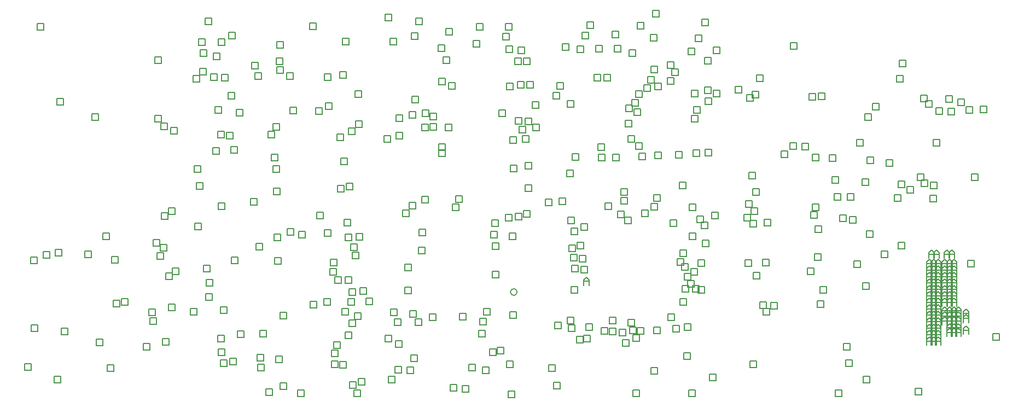
<source format=gbr>
%TF.GenerationSoftware,Altium Limited,Altium Designer,25.7.1 (20)*%
G04 Layer_Color=2752767*
%FSLAX45Y45*%
%MOMM*%
%TF.SameCoordinates,D8C98939-B5AC-4A14-9F93-74B2487226E3*%
%TF.FilePolarity,Positive*%
%TF.FileFunction,Drawing*%
%TF.Part,Single*%
G01*
G75*
%TA.AperFunction,NonConductor*%
%ADD225C,0.12700*%
%ADD226C,0.16933*%
D225*
X3961700Y3896700D02*
Y3998300D01*
X4063300D01*
Y3896700D01*
X3961700D01*
X4088648Y3921700D02*
Y4023300D01*
X4190248D01*
Y3921700D01*
X4088648D01*
X2691700Y3519200D02*
Y3620800D01*
X2793300D01*
Y3519200D01*
X2691700D01*
X2884200Y4654200D02*
Y4755800D01*
X2985800D01*
Y4654200D01*
X2884200D01*
X2684200Y4566700D02*
Y4668300D01*
X2785800D01*
Y4566700D01*
X2684200D01*
X3944200Y4574200D02*
Y4675800D01*
X4045800D01*
Y4574200D01*
X3944200D01*
X3069200Y4689200D02*
Y4790800D01*
X3170800D01*
Y4689200D01*
X3069200D01*
X3634200Y6781700D02*
Y6883300D01*
X3735800D01*
Y6781700D01*
X3634200D01*
X3096700Y7024200D02*
Y7125800D01*
X3198300D01*
Y7024200D01*
X3096700D01*
X7711700Y7139200D02*
Y7240800D01*
X7813300D01*
Y7139200D01*
X7711700D01*
X16656700Y6389200D02*
Y6490800D01*
X16758299D01*
Y6389200D01*
X16656700D01*
X8741700Y5506700D02*
Y5608300D01*
X8843300D01*
Y5506700D01*
X8741700D01*
X8541700Y5414200D02*
Y5515800D01*
X8643300D01*
Y5414200D01*
X8541700D01*
X9006700Y6224200D02*
Y6325800D01*
X9108300D01*
Y6224200D01*
X9006700D01*
X9104200Y6624200D02*
Y6725800D01*
X9205800D01*
Y6624200D01*
X9104200D01*
X12349200Y7261700D02*
Y7363300D01*
X12450800D01*
Y7261700D01*
X12349200D01*
X5391700Y8269200D02*
Y8370800D01*
X5493300D01*
Y8269200D01*
X5391700D01*
X14446700Y7889200D02*
Y7990800D01*
X14548300D01*
Y7889200D01*
X14446700D01*
X13924200Y7386700D02*
Y7488300D01*
X14025800D01*
Y7386700D01*
X13924200D01*
X16129201Y7619200D02*
Y7720800D01*
X16230800D01*
Y7619200D01*
X16129201D01*
X16849200Y7069200D02*
Y7170800D01*
X16950800D01*
Y7069200D01*
X16849200D01*
X16459200Y7074200D02*
Y7175800D01*
X16560800D01*
Y7074200D01*
X16459200D01*
X16539200Y6991700D02*
Y7093300D01*
X16640800D01*
Y6991700D01*
X16539200D01*
X12309793Y8389197D02*
Y8490797D01*
X12411393D01*
Y8389197D01*
X12309793D01*
X5506700Y6261700D02*
Y6363300D01*
X5608300D01*
Y6261700D01*
X5506700D01*
X5299199Y7491150D02*
Y7592750D01*
X5400799D01*
Y7491150D01*
X5299199D01*
X5741700Y7119200D02*
Y7220800D01*
X5843300D01*
Y7119200D01*
X5741700D01*
X5639810Y7399508D02*
Y7501108D01*
X5741410D01*
Y7399508D01*
X5639810D01*
X5201700Y7381700D02*
Y7483300D01*
X5303300D01*
Y7381700D01*
X5201700D01*
X5474200Y7404200D02*
Y7505800D01*
X5575800D01*
Y7404200D01*
X5474200D01*
X6236700Y3436700D02*
Y3538300D01*
X6338300D01*
Y3436700D01*
X6236700D01*
X5889200Y3426700D02*
Y3528300D01*
X5990800D01*
Y3426700D01*
X5889200D01*
X5624200Y3799200D02*
Y3900800D01*
X5725800D01*
Y3799200D01*
X5624200D01*
X7116700Y5264200D02*
Y5365800D01*
X7218300D01*
Y5264200D01*
X7116700D01*
X6410845Y6155845D02*
Y6257445D01*
X6512445D01*
Y6155845D01*
X6410845D01*
X6439402Y5984200D02*
Y6085800D01*
X6541002D01*
Y5984200D01*
X6439402D01*
X6094200Y5476700D02*
Y5578300D01*
X6195800D01*
Y5476700D01*
X6094200D01*
X5594200Y5406700D02*
Y5508300D01*
X5695800D01*
Y5406700D01*
X5594200D01*
X3804200Y4941700D02*
Y5043300D01*
X3905800D01*
Y4941700D01*
X3804200D01*
X3522252Y4659200D02*
Y4760800D01*
X3623852D01*
Y4659200D01*
X3522252D01*
X12079200Y3479200D02*
Y3580800D01*
X12180800D01*
Y3479200D01*
X12079200D01*
X12009200Y3361700D02*
Y3463300D01*
X12110800D01*
Y3361700D01*
X12009200D01*
X11959242Y3481700D02*
Y3583300D01*
X12060842D01*
Y3481700D01*
X11959242D01*
X11930849Y3600051D02*
Y3701651D01*
X12032449D01*
Y3600051D01*
X11930849D01*
X12761700Y4469200D02*
Y4570800D01*
X12863300D01*
Y4469200D01*
X12761700D01*
X16700006Y6882506D02*
Y6984106D01*
X16801607D01*
Y6882506D01*
X16700006D01*
X15626700Y4971700D02*
Y5073300D01*
X15728300D01*
Y4971700D01*
X15626700D01*
X15599200Y6788648D02*
Y6890248D01*
X15700800D01*
Y6788648D01*
X15599200D01*
X9004200Y6319200D02*
Y6420800D01*
X9105800D01*
Y6319200D01*
X9004200D01*
X8752338Y6848693D02*
Y6950293D01*
X8853938D01*
Y6848693D01*
X8752338D01*
X8868612Y6795787D02*
Y6897387D01*
X8970212D01*
Y6795787D01*
X8868612D01*
X8871700Y6634200D02*
Y6735800D01*
X8973300D01*
Y6634200D01*
X8871700D01*
X11284200Y3531700D02*
Y3633300D01*
X11385800D01*
Y3531700D01*
X11284200D01*
X11244200Y3359200D02*
Y3460800D01*
X11345800D01*
Y3359200D01*
X11244200D01*
X11644794Y3464468D02*
Y3566068D01*
X11746394D01*
Y3464468D01*
X11644794D01*
X13871700Y4334200D02*
Y4435800D01*
X13973300D01*
Y4334200D01*
X13871700D01*
X13974200Y3871700D02*
Y3973300D01*
X14075800D01*
Y3871700D01*
X13974200D01*
X12326700Y3486700D02*
Y3588300D01*
X12428300D01*
Y3486700D01*
X12326700D01*
X12546700Y3686700D02*
Y3788300D01*
X12648300D01*
Y3686700D01*
X12546700D01*
X12871700Y2511700D02*
Y2613300D01*
X12973299D01*
Y2511700D01*
X12871700D01*
X12006700D02*
Y2613300D01*
X12108300D01*
Y2511700D01*
X12006700D01*
X10779200Y2626700D02*
Y2728300D01*
X10880800D01*
Y2626700D01*
X10779200D01*
X9369201Y2576698D02*
Y2678298D01*
X9470801D01*
Y2576698D01*
X9369201D01*
X9181700Y2594200D02*
Y2695800D01*
X9283300D01*
Y2594200D01*
X9181700D01*
X10074200Y2489200D02*
Y2590800D01*
X10175800D01*
Y2489200D01*
X10074200D01*
X10799200Y3556700D02*
Y3658300D01*
X10900800D01*
Y3556700D01*
X10799200D01*
X12806700Y3536700D02*
Y3638300D01*
X12908299D01*
Y3536700D01*
X12806700D01*
X12629200Y3511700D02*
Y3613300D01*
X12730800D01*
Y3511700D01*
X12629200D01*
X11516700Y3474200D02*
Y3575800D01*
X11618300D01*
Y3474200D01*
X11516700D01*
X11799641Y3452693D02*
Y3554293D01*
X11901241D01*
Y3452693D01*
X11799641D01*
X10996700Y3639200D02*
Y3740800D01*
X11098300D01*
Y3639200D01*
X10996700D01*
X17164200Y6899200D02*
Y7000800D01*
X17265800D01*
Y6899200D01*
X17164200D01*
X17036700Y7011700D02*
Y7113300D01*
X17138300D01*
Y7011700D01*
X17036700D01*
X17381700Y6904200D02*
Y7005800D01*
X17483299D01*
Y6904200D01*
X17381700D01*
X12906700Y4389200D02*
Y4490800D01*
X13008299D01*
Y4389200D01*
X12906700D01*
X12769387Y4126887D02*
Y4228487D01*
X12870987D01*
Y4126887D01*
X12769387D01*
X12801700Y4314200D02*
Y4415800D01*
X12903300D01*
Y4314200D01*
X12801700D01*
X12853204Y4205704D02*
Y4307304D01*
X12954803D01*
Y4205704D01*
X12853204D01*
X11064200Y4441700D02*
Y4543300D01*
X11165800D01*
Y4441700D01*
X11064200D01*
X13824200Y2961700D02*
Y3063300D01*
X13925800D01*
Y2961700D01*
X13824200D01*
X16414200Y5856148D02*
Y5957748D01*
X16515800D01*
Y5856148D01*
X16414200D01*
X15212489Y5216474D02*
Y5318074D01*
X15314090D01*
Y5216474D01*
X15212489D01*
X14044794Y5151968D02*
Y5253568D01*
X14146394D01*
Y5151968D01*
X14044794D01*
X12934200Y4126700D02*
Y4228300D01*
X13035800D01*
Y4126700D01*
X12934200D01*
X14759299Y5272440D02*
Y5374040D01*
X14860898D01*
Y5272440D01*
X14759299D01*
X14831700Y5046700D02*
Y5148300D01*
X14933299D01*
Y5046700D01*
X14831700D01*
X16111891Y5744009D02*
Y5845609D01*
X16213490D01*
Y5744009D01*
X16111891D01*
X15925841Y6073049D02*
Y6174649D01*
X16027441D01*
Y6073049D01*
X15925841D01*
X13016701Y4522698D02*
Y4624298D01*
X13118300D01*
Y4522698D01*
X13016701D01*
X15474200Y6389200D02*
Y6490800D01*
X15575800D01*
Y6389200D01*
X15474200D01*
X15629201Y6114752D02*
Y6216352D01*
X15730800D01*
Y6114752D01*
X15629201D01*
X13741701Y4524200D02*
Y4625800D01*
X13843300D01*
Y4524200D01*
X13741701D01*
X14014201Y4531700D02*
Y4633300D01*
X14115800D01*
Y4531700D01*
X14014201D01*
X14711700Y4401700D02*
Y4503300D01*
X14813300D01*
Y4401700D01*
X14711700D01*
X15856700Y4661700D02*
Y4763300D01*
X15958299D01*
Y4661700D01*
X15856700D01*
X12696700Y4541700D02*
Y4643300D01*
X12798300D01*
Y4541700D01*
X12696700D01*
X13081700Y4834200D02*
Y4935800D01*
X13183299D01*
Y4834200D01*
X13081700D01*
X16119200Y4794200D02*
Y4895800D01*
X16220799D01*
Y4794200D01*
X16119200D01*
X16611700Y5724200D02*
Y5825800D01*
X16713300D01*
Y5724200D01*
X16611700D01*
X16609200Y5521700D02*
Y5623300D01*
X16710800D01*
Y5521700D01*
X16609200D01*
X16051700Y5536700D02*
Y5638300D01*
X16153300D01*
Y5536700D01*
X16051700D01*
X17251700Y5851700D02*
Y5953300D01*
X17353300D01*
Y5851700D01*
X17251700D01*
X14784203Y5389199D02*
Y5490799D01*
X14885802D01*
Y5389199D01*
X14784203D01*
X13824200Y5134200D02*
Y5235800D01*
X13925800D01*
Y5134200D01*
X13824200D01*
X13836700Y5326700D02*
Y5428300D01*
X13938301D01*
Y5326700D01*
X13836700D01*
X13724200Y5224200D02*
Y5325800D01*
X13825800D01*
Y5224200D01*
X13724200D01*
X12144200Y5299200D02*
Y5400800D01*
X12245800D01*
Y5299200D01*
X12144200D01*
X10864200Y5484200D02*
Y5585800D01*
X10965800D01*
Y5484200D01*
X10864200D01*
X11824200Y5486700D02*
Y5588300D01*
X11925800D01*
Y5486700D01*
X11824200D01*
X11769200Y5281700D02*
Y5383300D01*
X11870800D01*
Y5281700D01*
X11769200D01*
X10656700Y5464200D02*
Y5565800D01*
X10758300D01*
Y5464200D01*
X10656700D01*
X11934200Y6449202D02*
Y6550802D01*
X12035800D01*
Y6449202D01*
X11934200D01*
X12049200Y6339200D02*
Y6440800D01*
X12150800D01*
Y6339200D01*
X12049200D01*
X11001700Y5186700D02*
Y5288300D01*
X11103300D01*
Y5186700D01*
X11001700D01*
X15331700Y5549200D02*
Y5650800D01*
X15433299D01*
Y5549200D01*
X15331700D01*
X15364200Y5194200D02*
Y5295800D01*
X15465800D01*
Y5194200D01*
X15364200D01*
X15044202Y6151702D02*
Y6253302D01*
X15145802D01*
Y6151702D01*
X15044202D01*
X12941701Y6223822D02*
Y6325422D01*
X13043300D01*
Y6223822D01*
X12941701D01*
X13851700Y7134200D02*
Y7235800D01*
X13953300D01*
Y7134200D01*
X13851700D01*
X15716701Y6946700D02*
Y7048300D01*
X15818300D01*
Y6946700D01*
X15716701D01*
X12884200Y5386700D02*
Y5488300D01*
X12985800D01*
Y5386700D01*
X12884200D01*
Y4939200D02*
Y5040800D01*
X12985800D01*
Y4939200D01*
X12884200D01*
X12999200Y5199156D02*
Y5300756D01*
X13100800D01*
Y5199156D01*
X12999200D01*
X13124165Y6239200D02*
Y6340800D01*
X13225764D01*
Y6239200D01*
X13124165D01*
X11218309Y8049931D02*
Y8151531D01*
X11319909D01*
Y8049931D01*
X11218309D01*
X10224200Y7286700D02*
Y7388300D01*
X10325800D01*
Y7286700D01*
X10224200D01*
X16086700Y7381700D02*
Y7483300D01*
X16188300D01*
Y7381700D01*
X16086700D01*
X5786699Y6278519D02*
Y6380119D01*
X5888299D01*
Y6278519D01*
X5786699D01*
X6364200Y6514200D02*
Y6615800D01*
X6465800D01*
Y6514200D01*
X6364200D01*
X7786700Y4096700D02*
Y4198300D01*
X7888300D01*
Y4096700D01*
X7786700D01*
X7759202Y2684201D02*
Y2785801D01*
X7860802D01*
Y2684201D01*
X7759202D01*
X7876703Y3934201D02*
Y4035801D01*
X7978303D01*
Y3934201D01*
X7876703D01*
X5584200Y6514201D02*
Y6615801D01*
X5685800D01*
Y6514201D01*
X5584200D01*
X7006702Y8189199D02*
Y8290799D01*
X7108302D01*
Y8189199D01*
X7006702D01*
X16554999Y3305002D02*
Y3389642D01*
X16597318Y3431961D01*
X16639638Y3389642D01*
Y3305002D01*
Y3368482D01*
X16554999D01*
Y3405002D02*
Y3489641D01*
X16597318Y3531961D01*
X16639638Y3489641D01*
Y3405002D01*
Y3468482D01*
X16554999D01*
X16625002Y3405002D02*
Y3489641D01*
X16667320Y3531961D01*
X16709641Y3489641D01*
Y3405002D01*
Y3468482D01*
X16625002D01*
Y3505002D02*
Y3589641D01*
X16667320Y3631961D01*
X16709641Y3589641D01*
Y3505002D01*
Y3568481D01*
X16625002D01*
X16554999Y3505002D02*
Y3589641D01*
X16597318Y3631961D01*
X16639638Y3589641D01*
Y3505002D01*
Y3568481D01*
X16554999D01*
Y3605002D02*
Y3689641D01*
X16597318Y3731961D01*
X16639638Y3689641D01*
Y3605002D01*
Y3668481D01*
X16554999D01*
X16625002Y3605002D02*
Y3689641D01*
X16667320Y3731961D01*
X16709641Y3689641D01*
Y3605002D01*
Y3668481D01*
X16625002D01*
Y3305002D02*
Y3389642D01*
X16667320Y3431961D01*
X16709641Y3389642D01*
Y3305002D01*
Y3368482D01*
X16625002D01*
X16694998Y3305002D02*
Y3389642D01*
X16737318Y3431961D01*
X16779639Y3389642D01*
Y3305002D01*
Y3368482D01*
X16694998D01*
Y3605002D02*
Y3689641D01*
X16737318Y3731961D01*
X16779639Y3689641D01*
Y3605002D01*
Y3668481D01*
X16694998D01*
Y3405002D02*
Y3489641D01*
X16737318Y3531961D01*
X16779639Y3489641D01*
Y3405002D01*
Y3468482D01*
X16694998D01*
Y3505002D02*
Y3589641D01*
X16737318Y3631961D01*
X16779639Y3589641D01*
Y3505002D01*
Y3568481D01*
X16694998D01*
X17005000Y3617498D02*
Y3702138D01*
X17047321Y3744457D01*
X17089639Y3702138D01*
Y3617498D01*
Y3680978D01*
X17005000D01*
X16794998Y3617498D02*
Y3702138D01*
X16837318Y3744457D01*
X16879639Y3702138D01*
Y3617498D01*
Y3680978D01*
X16794998D01*
Y3694999D02*
Y3779638D01*
X16837318Y3821958D01*
X16879639Y3779638D01*
Y3694999D01*
Y3758478D01*
X16794998D01*
X16934998Y3617498D02*
Y3702138D01*
X16977318Y3744457D01*
X17019637Y3702138D01*
Y3617498D01*
Y3680978D01*
X16934998D01*
X16865001Y3617498D02*
Y3702138D01*
X16907320Y3744457D01*
X16949640Y3702138D01*
Y3617498D01*
Y3680978D01*
X16865001D01*
X17123000Y3654999D02*
Y3739638D01*
X17165318Y3781958D01*
X17207639Y3739638D01*
Y3654999D01*
Y3718478D01*
X17123000D01*
X16554999Y3905001D02*
Y3989640D01*
X16597318Y4031960D01*
X16639638Y3989640D01*
Y3905001D01*
Y3968481D01*
X16554999D01*
Y3705001D02*
Y3789641D01*
X16597318Y3831960D01*
X16639638Y3789641D01*
Y3705001D01*
Y3768481D01*
X16554999D01*
Y3805001D02*
Y3889641D01*
X16597318Y3931960D01*
X16639638Y3889641D01*
Y3805001D01*
Y3868481D01*
X16554999D01*
Y4105001D02*
Y4189640D01*
X16597318Y4231960D01*
X16639638Y4189640D01*
Y4105001D01*
Y4168480D01*
X16554999D01*
Y4205000D02*
Y4289640D01*
X16597318Y4331959D01*
X16639638Y4289640D01*
Y4205000D01*
Y4268480D01*
X16554999D01*
Y4005001D02*
Y4089640D01*
X16597318Y4131960D01*
X16639638Y4089640D01*
Y4005001D01*
Y4068480D01*
X16554999D01*
X16625002Y4305000D02*
Y4389640D01*
X16667320Y4431959D01*
X16709641Y4389640D01*
Y4305000D01*
Y4368480D01*
X16625002D01*
Y3805001D02*
Y3889641D01*
X16667320Y3931960D01*
X16709641Y3889641D01*
Y3805001D01*
Y3868481D01*
X16625002D01*
Y3905001D02*
Y3989640D01*
X16667320Y4031960D01*
X16709641Y3989640D01*
Y3905001D01*
Y3968481D01*
X16625002D01*
Y3705001D02*
Y3789641D01*
X16667320Y3831960D01*
X16709641Y3789641D01*
Y3705001D01*
Y3768481D01*
X16625002D01*
X16694998Y3905001D02*
Y3989640D01*
X16737318Y4031960D01*
X16779639Y3989640D01*
Y3905001D01*
Y3968481D01*
X16694998D01*
X16625002Y4105001D02*
Y4189640D01*
X16667320Y4231960D01*
X16709641Y4189640D01*
Y4105001D01*
Y4168480D01*
X16625002D01*
Y4205000D02*
Y4289640D01*
X16667320Y4331959D01*
X16709641Y4289640D01*
Y4205000D01*
Y4268480D01*
X16625002D01*
Y4005001D02*
Y4089640D01*
X16667320Y4131960D01*
X16709641Y4089640D01*
Y4005001D01*
Y4068480D01*
X16625002D01*
X16694998Y4205000D02*
Y4289640D01*
X16737318Y4331959D01*
X16779639Y4289640D01*
Y4205000D01*
Y4268480D01*
X16694998D01*
X16554999Y4405000D02*
Y4489639D01*
X16597318Y4531959D01*
X16639638Y4489639D01*
Y4405000D01*
Y4468480D01*
X16554999D01*
Y4505000D02*
Y4589639D01*
X16597318Y4631959D01*
X16639638Y4589639D01*
Y4505000D01*
Y4568479D01*
X16554999D01*
Y4305000D02*
Y4389640D01*
X16597318Y4431959D01*
X16639638Y4389640D01*
Y4305000D01*
Y4368480D01*
X16554999D01*
X16625002Y4405000D02*
Y4489639D01*
X16667320Y4531959D01*
X16709641Y4489639D01*
Y4405000D01*
Y4468480D01*
X16625002D01*
Y4505000D02*
Y4589639D01*
X16667320Y4631959D01*
X16709641Y4589639D01*
Y4505000D01*
Y4568479D01*
X16625002D01*
X16665001Y4650999D02*
Y4735638D01*
X16707321Y4777958D01*
X16749640Y4735638D01*
Y4650999D01*
Y4714479D01*
X16665001D01*
X16585001Y4650999D02*
Y4735638D01*
X16627321Y4777958D01*
X16669641Y4735638D01*
Y4650999D01*
Y4714479D01*
X16585001D01*
X16694998Y4005001D02*
Y4089640D01*
X16737318Y4131960D01*
X16779639Y4089640D01*
Y4005001D01*
Y4068480D01*
X16694998D01*
Y3705001D02*
Y3789641D01*
X16737318Y3831960D01*
X16779639Y3789641D01*
Y3705001D01*
Y3768481D01*
X16694998D01*
Y3805001D02*
Y3889641D01*
X16737318Y3931960D01*
X16779639Y3889641D01*
Y3805001D01*
Y3868481D01*
X16694998D01*
Y4405000D02*
Y4489639D01*
X16737318Y4531959D01*
X16779639Y4489639D01*
Y4405000D01*
Y4468480D01*
X16694998D01*
Y4105001D02*
Y4189640D01*
X16737318Y4231960D01*
X16779639Y4189640D01*
Y4105001D01*
Y4168480D01*
X16694998D01*
X16934998Y3694999D02*
Y3779638D01*
X16977318Y3821958D01*
X17019637Y3779638D01*
Y3694999D01*
Y3758478D01*
X16934998D01*
X16865001Y3694999D02*
Y3779638D01*
X16907320Y3821958D01*
X16949640Y3779638D01*
Y3694999D01*
Y3758478D01*
X16865001D01*
X17005000Y3694999D02*
Y3779638D01*
X17047321Y3821958D01*
X17089639Y3779638D01*
Y3694999D01*
Y3758478D01*
X17005000D01*
X17123000Y3734999D02*
Y3819638D01*
X17165318Y3861958D01*
X17207639Y3819638D01*
Y3734999D01*
Y3798478D01*
X17123000D01*
X16865001Y3772499D02*
Y3857139D01*
X16907320Y3899458D01*
X16949640Y3857139D01*
Y3772499D01*
Y3835979D01*
X16865001D01*
X16794998Y3772499D02*
Y3857139D01*
X16837318Y3899458D01*
X16879639Y3857139D01*
Y3772499D01*
Y3835979D01*
X16794998D01*
X17005000Y3772499D02*
Y3857139D01*
X17047321Y3899458D01*
X17089639Y3857139D01*
Y3772499D01*
Y3835979D01*
X17005000D01*
X16934998Y3772499D02*
Y3857139D01*
X16977318Y3899458D01*
X17019637Y3857139D01*
Y3772499D01*
Y3835979D01*
X16934998D01*
X16694998Y4305000D02*
Y4389640D01*
X16737318Y4431959D01*
X16779639Y4389640D01*
Y4305000D01*
Y4368480D01*
X16694998D01*
Y4505000D02*
Y4589639D01*
X16737318Y4631959D01*
X16779639Y4589639D01*
Y4505000D01*
Y4568479D01*
X16694998D01*
X12969926Y8002427D02*
Y8104027D01*
X13071526D01*
Y8002427D01*
X12969926D01*
X14821703Y4616699D02*
Y4718299D01*
X14923303D01*
Y4616699D01*
X14821703D01*
X16466701Y5761700D02*
Y5863300D01*
X16568300D01*
Y5761700D01*
X16466701D01*
X13256702Y7821701D02*
Y7923301D01*
X13358302D01*
Y7821701D01*
X13256702D01*
X5311700Y7776700D02*
Y7878300D01*
X5413300D01*
Y7776700D01*
X5311700D01*
X8176700Y8324200D02*
Y8425800D01*
X8278300D01*
Y8324200D01*
X8176700D01*
X16889200Y6874200D02*
Y6975800D01*
X16990800D01*
Y6874200D01*
X16889200D01*
X8649200Y8266700D02*
Y8368300D01*
X8750800D01*
Y8266700D01*
X8649200D01*
X13079202Y8251698D02*
Y8353298D01*
X13180801D01*
Y8251698D01*
X13079202D01*
X7486700Y6101700D02*
Y6203300D01*
X7588300D01*
Y6101700D01*
X7486700D01*
X7714644Y6673756D02*
Y6775356D01*
X7816244D01*
Y6673756D01*
X7714644D01*
X7246701Y6958838D02*
Y7060438D01*
X7348301D01*
Y6958838D01*
X7246701D01*
X5754202Y8046700D02*
Y8148300D01*
X5855802D01*
Y8046700D01*
X5754202D01*
X7234199Y7406701D02*
Y7508301D01*
X7335799D01*
Y7406701D01*
X7234199D01*
X14881703Y7111700D02*
Y7213300D01*
X14983302D01*
Y7111700D01*
X14881703D01*
X17005000Y3439998D02*
Y3524638D01*
X17047321Y3566957D01*
X17089639Y3524638D01*
Y3439998D01*
Y3503478D01*
X17005000D01*
X16865001Y3439998D02*
Y3524638D01*
X16907320Y3566957D01*
X16949640Y3524638D01*
Y3439998D01*
Y3503478D01*
X16865001D01*
X16934998Y3439998D02*
Y3524638D01*
X16977318Y3566957D01*
X17019637Y3524638D01*
Y3439998D01*
Y3503478D01*
X16934998D01*
X17123000Y3474999D02*
Y3559639D01*
X17165318Y3601958D01*
X17207639Y3559639D01*
Y3474999D01*
Y3538479D01*
X17123000D01*
X17005000Y3510001D02*
Y3594640D01*
X17047321Y3636959D01*
X17089639Y3594640D01*
Y3510001D01*
Y3573480D01*
X17005000D01*
X16865001Y3510001D02*
Y3594640D01*
X16907320Y3636959D01*
X16949640Y3594640D01*
Y3510001D01*
Y3573480D01*
X16865001D01*
X16934998Y3510001D02*
Y3594640D01*
X16977318Y3636959D01*
X17019637Y3594640D01*
Y3510001D01*
Y3573480D01*
X16934998D01*
X6444198Y5636702D02*
Y5738302D01*
X6545798D01*
Y5636702D01*
X6444198D01*
X5536700Y6896700D02*
Y6998300D01*
X5638300D01*
Y6896700D01*
X5536700D01*
X4856700Y6576700D02*
Y6678300D01*
X4958300D01*
Y6576700D01*
X4856700D01*
X9931700Y6844200D02*
Y6945800D01*
X10033300D01*
Y6844200D01*
X9931700D01*
X7541700Y5154200D02*
Y5255800D01*
X7643300D01*
Y5154200D01*
X7541700D01*
X8689198Y4724202D02*
Y4825802D01*
X8790798D01*
Y4724202D01*
X8689198D01*
X6831700Y4961739D02*
Y5063339D01*
X6933300D01*
Y4961739D01*
X6831700D01*
X7231700Y4994200D02*
Y5095800D01*
X7333300D01*
Y4994200D01*
X7231700D01*
X4606486Y7667881D02*
Y7769481D01*
X4708086D01*
Y7667881D01*
X4606486D01*
X16794998Y4005001D02*
Y4089640D01*
X16837318Y4131960D01*
X16879639Y4089640D01*
Y4005001D01*
Y4068480D01*
X16794998D01*
Y3905001D02*
Y3989640D01*
X16837318Y4031960D01*
X16879639Y3989640D01*
Y3905001D01*
Y3968481D01*
X16794998D01*
Y4105001D02*
Y4189640D01*
X16837318Y4231960D01*
X16879639Y4189640D01*
Y4105001D01*
Y4168480D01*
X16794998D01*
Y4205000D02*
Y4289640D01*
X16837318Y4331959D01*
X16879639Y4289640D01*
Y4205000D01*
Y4268480D01*
X16794998D01*
X16934998Y3905001D02*
Y3989640D01*
X16977318Y4031960D01*
X17019637Y3989640D01*
Y3905001D01*
Y3968481D01*
X16934998D01*
X16865001Y3905001D02*
Y3989640D01*
X16907320Y4031960D01*
X16949640Y3989640D01*
Y3905001D01*
Y3968481D01*
X16865001D01*
Y4005001D02*
Y4089640D01*
X16907320Y4131960D01*
X16949640Y4089640D01*
Y4005001D01*
Y4068480D01*
X16865001D01*
Y4105001D02*
Y4189640D01*
X16907320Y4231960D01*
X16949640Y4189640D01*
Y4105001D01*
Y4168480D01*
X16865001D01*
Y4205000D02*
Y4289640D01*
X16907320Y4331959D01*
X16949640Y4289640D01*
Y4205000D01*
Y4268480D01*
X16865001D01*
X16934998Y4005001D02*
Y4089640D01*
X16977318Y4131960D01*
X17019637Y4089640D01*
Y4005001D01*
Y4068480D01*
X16934998D01*
Y4205000D02*
Y4289640D01*
X16977318Y4331959D01*
X17019637Y4289640D01*
Y4205000D01*
Y4268480D01*
X16934998D01*
Y4105001D02*
Y4189640D01*
X16977318Y4231960D01*
X17019637Y4189640D01*
Y4105001D01*
Y4168480D01*
X16934998D01*
X16794998Y4305000D02*
Y4389640D01*
X16837318Y4431959D01*
X16879639Y4389640D01*
Y4305000D01*
Y4368480D01*
X16794998D01*
X16865001Y4305000D02*
Y4389640D01*
X16907320Y4431959D01*
X16949640Y4389640D01*
Y4305000D01*
Y4368480D01*
X16865001D01*
X16794998Y4405000D02*
Y4489639D01*
X16837318Y4531959D01*
X16879639Y4489639D01*
Y4405000D01*
Y4468480D01*
X16794998D01*
X16865001Y4405000D02*
Y4489639D01*
X16907320Y4531959D01*
X16949640Y4489639D01*
Y4405000D01*
Y4468480D01*
X16865001D01*
X16794998Y4505000D02*
Y4589639D01*
X16837318Y4631959D01*
X16879639Y4589639D01*
Y4505000D01*
Y4568479D01*
X16794998D01*
X16865001Y4505000D02*
Y4589639D01*
X16907320Y4631959D01*
X16949640Y4589639D01*
Y4505000D01*
Y4568479D01*
X16865001D01*
X16825002Y4650999D02*
Y4735638D01*
X16867320Y4777958D01*
X16909641Y4735638D01*
Y4650999D01*
Y4714479D01*
X16825002D01*
X16934998Y4305000D02*
Y4389640D01*
X16977318Y4431959D01*
X17019637Y4389640D01*
Y4305000D01*
Y4368480D01*
X16934998D01*
Y4405000D02*
Y4489639D01*
X16977318Y4531959D01*
X17019637Y4489639D01*
Y4405000D01*
Y4468480D01*
X16934998D01*
Y4505000D02*
Y4589639D01*
X16977318Y4631959D01*
X17019637Y4589639D01*
Y4505000D01*
Y4568479D01*
X16934998D01*
X16905000Y4650999D02*
Y4735638D01*
X16947321Y4777958D01*
X16989639Y4735638D01*
Y4650999D01*
Y4714479D01*
X16905000D01*
X14734200Y7101698D02*
Y7203298D01*
X14835800D01*
Y7101698D01*
X14734200D01*
X13117419Y7661702D02*
Y7763302D01*
X13219019D01*
Y7661702D01*
X13117419D01*
X12863972Y7803972D02*
Y7905572D01*
X12965572D01*
Y7803972D01*
X12863972D01*
X13121700Y7196700D02*
Y7298300D01*
X13223300D01*
Y7196700D01*
X13121700D01*
X14436700Y6334200D02*
Y6435800D01*
X14538300D01*
Y6334200D01*
X14436700D01*
X12951700Y6894200D02*
Y6995800D01*
X13053300D01*
Y6894200D01*
X12951700D01*
X12911700Y7146700D02*
Y7248300D01*
X13013300D01*
Y7146700D01*
X12911700D01*
X15089200Y5809198D02*
Y5910798D01*
X15190800D01*
Y5809198D01*
X15089200D01*
X14301698Y6206698D02*
Y6308298D01*
X14403299D01*
Y6206698D01*
X14301698D01*
X13801700Y5876700D02*
Y5978300D01*
X13903300D01*
Y5876700D01*
X13801700D01*
X12076700Y8201700D02*
Y8303300D01*
X12178300D01*
Y8201700D01*
X12076700D01*
X12286701Y7524201D02*
Y7625801D01*
X12388301D01*
Y7524201D01*
X12286701D01*
X11989200Y7006700D02*
Y7108300D01*
X12090800D01*
Y7006700D01*
X11989200D01*
X11564200Y7399200D02*
Y7500800D01*
X11665800D01*
Y7399200D01*
X11564200D01*
X11404199Y7396698D02*
Y7498298D01*
X11505799D01*
Y7396698D01*
X11404199D01*
X12666701Y6204199D02*
Y6305799D01*
X12768301D01*
Y6204199D01*
X12666701D01*
X12099199Y6176701D02*
Y6278301D01*
X12200799D01*
Y6176701D01*
X12099199D01*
X12584200Y5139200D02*
Y5240800D01*
X12685800D01*
Y5139200D01*
X12584200D01*
X11692141Y6159200D02*
Y6260800D01*
X11793741D01*
Y6159200D01*
X11692141D01*
X17194200Y4516699D02*
Y4618299D01*
X17295799D01*
Y4516699D01*
X17194200D01*
X17581702Y3384200D02*
Y3485800D01*
X17683302D01*
Y3384200D01*
X17581702D01*
X15566701Y4171700D02*
Y4273300D01*
X15668300D01*
Y4171700D01*
X15566701D01*
X15269200Y3231700D02*
Y3333300D01*
X15370799D01*
Y3231700D01*
X15269200D01*
X16374200Y2531699D02*
Y2633299D01*
X16475801D01*
Y2531699D01*
X16374200D01*
X14906700Y4106700D02*
Y4208300D01*
X15008299D01*
Y4106700D01*
X14906700D01*
X12739340Y4674059D02*
Y4775659D01*
X12840939D01*
Y4674059D01*
X12739340D01*
X13019200Y4106700D02*
Y4208300D01*
X13120799D01*
Y4106700D01*
X13019200D01*
X12796698Y3089199D02*
Y3190799D01*
X12898299D01*
Y3089199D01*
X12796698D01*
X9586700Y8181700D02*
Y8283300D01*
X9688300D01*
Y8181700D01*
X9586700D01*
X10450177Y6975722D02*
Y7077322D01*
X10551777D01*
Y6975722D01*
X10450177D01*
X10186700Y6724200D02*
Y6825800D01*
X10288300D01*
Y6724200D01*
X10186700D01*
X8249200Y7951700D02*
Y8053300D01*
X8350800D01*
Y7951700D01*
X8249200D01*
X8344200Y6499200D02*
Y6600800D01*
X8445800D01*
Y6499200D01*
X8344200D01*
X7609200Y6568312D02*
Y6669912D01*
X7710800D01*
Y6568312D01*
X7609200D01*
X8154793Y6447293D02*
Y6548893D01*
X8256393D01*
Y6447293D01*
X8154793D01*
X7571700Y5706700D02*
Y5808300D01*
X7673300D01*
Y5706700D01*
X7571700D01*
X6491702Y7649200D02*
Y7750800D01*
X6593302D01*
Y7649200D01*
X6491702D01*
X5589199Y7944195D02*
Y8045795D01*
X5690799D01*
Y7944195D01*
X5589199D01*
X7469200Y7434200D02*
Y7535800D01*
X7570800D01*
Y7434200D01*
X7469200D01*
X6696700Y6891701D02*
Y6993301D01*
X6798300D01*
Y6891701D01*
X6696700D01*
X7101698Y6879199D02*
Y6980799D01*
X7203298D01*
Y6879199D01*
X7101698D01*
X5874200Y6856700D02*
Y6958300D01*
X5975800D01*
Y6856700D01*
X5874200D01*
X4606698Y6758745D02*
Y6860345D01*
X4708298D01*
Y6758745D01*
X4606698D01*
X5716700Y6501700D02*
Y6603300D01*
X5818300D01*
Y6501700D01*
X5716700D01*
X10316700Y5289200D02*
Y5390800D01*
X10418300D01*
Y5289200D01*
X10316700D01*
X9634200Y3621700D02*
Y3723300D01*
X9735800D01*
Y3621700D01*
X9634200D01*
X8316702Y3609198D02*
Y3710798D01*
X8418302D01*
Y3609198D01*
X8316702D01*
X7554199Y3404199D02*
Y3505799D01*
X7655799D01*
Y3404199D01*
X7554199D01*
X8509198Y2866700D02*
Y2968300D01*
X8610798D01*
Y2866700D01*
X8509198D01*
X8326699Y2874198D02*
Y2975798D01*
X8428299D01*
Y2874198D01*
X8326699D01*
X7619200Y2636700D02*
Y2738300D01*
X7720800D01*
Y2636700D01*
X7619200D01*
X6654200Y5011700D02*
Y5113300D01*
X6755800D01*
Y5011700D01*
X6654200D01*
X7318670Y4391701D02*
Y4493301D01*
X7420270D01*
Y4391701D01*
X7318670D01*
X4774199Y4321698D02*
Y4423298D01*
X4875799D01*
Y4321698D01*
X4774199D01*
X4821700Y3839200D02*
Y3940800D01*
X4923300D01*
Y3839200D01*
X4821700D01*
X4529200Y3626700D02*
Y3728300D01*
X4630800D01*
Y3626700D01*
X4529200D01*
X4431076Y3232325D02*
Y3333925D01*
X4532676D01*
Y3232325D01*
X4431076D01*
X3706700Y3296704D02*
Y3398304D01*
X3808300D01*
Y3296704D01*
X3706700D01*
X6199200Y2909199D02*
Y3010799D01*
X6300800D01*
Y2909199D01*
X6199200D01*
X5771700Y3004200D02*
Y3105800D01*
X5873300D01*
Y3004200D01*
X5771700D01*
X3051698Y2721701D02*
Y2823301D01*
X3153298D01*
Y2721701D01*
X3051698D01*
X14144199Y3864199D02*
Y3965799D01*
X14245798D01*
Y3864199D01*
X14144199D01*
X15431700Y4509200D02*
Y4610800D01*
X15533299D01*
Y4509200D01*
X15431700D01*
X12291700Y5396700D02*
Y5498300D01*
X12393300D01*
Y5396700D01*
X12291700D01*
X11136700Y3339200D02*
Y3440800D01*
X11238300D01*
Y3339200D01*
X11136700D01*
X11006699Y3514202D02*
Y3615802D01*
X11108299D01*
Y3514202D01*
X11006699D01*
X11204200Y4425432D02*
Y4527032D01*
X11305800D01*
Y4425432D01*
X11204200D01*
X11881202Y5181700D02*
Y5283300D01*
X11982802D01*
Y5181700D01*
X11881202D01*
X11476700Y6159200D02*
Y6260800D01*
X11578300D01*
Y6159200D01*
X11476700D01*
X11469200Y6324200D02*
Y6425800D01*
X11570800D01*
Y6324200D01*
X11469200D01*
X8549340Y6819341D02*
Y6920941D01*
X8650940D01*
Y6819341D01*
X8549340D01*
X8856700Y3686700D02*
Y3788300D01*
X8958300D01*
Y3686700D01*
X8856700D01*
X6551700Y2624200D02*
Y2725800D01*
X6653300D01*
Y2624200D01*
X6551700D01*
X7509200Y7953917D02*
Y8055517D01*
X7610800D01*
Y7953917D01*
X7509200D01*
X7435855Y5679985D02*
Y5781585D01*
X7537455D01*
Y5679985D01*
X7435855D01*
X7668693Y4644047D02*
Y4745647D01*
X7770293D01*
Y4644047D01*
X7668693D01*
X5284201Y7944195D02*
Y8045795D01*
X5385801D01*
Y7944195D01*
X5284201D01*
X7555197Y4922697D02*
Y5024297D01*
X7656797D01*
Y4922697D01*
X7555197D01*
X9534200Y7919200D02*
Y8020800D01*
X9635800D01*
Y7919200D01*
X9534200D01*
X4511700Y3764200D02*
Y3865800D01*
X4613300D01*
Y3764200D01*
X4511700D01*
X3159200Y3464200D02*
Y3565800D01*
X3260800D01*
Y3464200D01*
X3159200D01*
X6451700Y4919202D02*
Y5020802D01*
X6553300D01*
Y4919202D01*
X6451700D01*
X5226700Y5089200D02*
Y5190800D01*
X5328300D01*
Y5089200D01*
X5226700D01*
X8591700Y7056700D02*
Y7158300D01*
X8693300D01*
Y7056700D01*
X8591700D01*
X9066700Y7664200D02*
Y7765800D01*
X9168300D01*
Y7664200D01*
X9066700D01*
X11301700Y8204200D02*
Y8305800D01*
X11403300D01*
Y8204200D01*
X11301700D01*
X8694200Y4996700D02*
Y5098300D01*
X8795800D01*
Y4996700D01*
X8694200D01*
X9829200Y4349200D02*
Y4450800D01*
X9930800D01*
Y4349200D01*
X9829200D01*
X9831700Y4789200D02*
Y4890800D01*
X9933300D01*
Y4789200D01*
X9831700D01*
X12736700Y3924200D02*
Y4025800D01*
X12838300D01*
Y3924200D01*
X12736700D01*
X10226700Y7821700D02*
Y7923300D01*
X10328300D01*
Y7821700D01*
X10226700D01*
X13749197Y5436702D02*
Y5538302D01*
X13850798D01*
Y5436702D01*
X13749197D01*
X15574200Y2719200D02*
Y2820800D01*
X15675800D01*
Y2719200D01*
X15574200D01*
X15139203Y2514199D02*
Y2615799D01*
X15240804D01*
Y2514199D01*
X15139203D01*
X15301701Y2971698D02*
Y3073298D01*
X15403302D01*
Y2971698D01*
X15301701D01*
X12234200Y7364200D02*
Y7465800D01*
X12335800D01*
Y7364200D01*
X12234200D01*
X9469200Y2911700D02*
Y3013300D01*
X9570800D01*
Y2911700D01*
X9469200D01*
X11054200Y4111700D02*
Y4213300D01*
X11155800D01*
Y4111700D01*
X11054200D01*
X11041700Y4609200D02*
Y4710800D01*
X11143300D01*
Y4609200D01*
X11041700D01*
X11176700Y4591700D02*
Y4693300D01*
X11278300D01*
Y4591700D01*
X11176700D01*
X11250000Y4232500D02*
Y4317139D01*
X11292320Y4359459D01*
X11334640Y4317139D01*
Y4232500D01*
Y4295979D01*
X11250000D01*
X10991700Y6986700D02*
Y7088300D01*
X11093300D01*
Y6986700D01*
X10991700D01*
X10369200Y7284200D02*
Y7385800D01*
X10470800D01*
Y7284200D01*
X10369200D01*
X10459200Y6629200D02*
Y6730800D01*
X10560800D01*
Y6629200D01*
X10459200D01*
X10341700Y6716700D02*
Y6818300D01*
X10443300D01*
Y6716700D01*
X10341700D01*
X13129201Y7031700D02*
Y7133300D01*
X13230800D01*
Y7031700D01*
X13129201D01*
X12539200Y7341700D02*
Y7443300D01*
X12640800D01*
Y7341700D01*
X12539200D01*
X11949199Y7773900D02*
Y7875500D01*
X12050799D01*
Y7773900D01*
X11949199D01*
X12279200Y8014197D02*
Y8115797D01*
X12380800D01*
Y8014197D01*
X12279200D01*
X10916700Y7866700D02*
Y7968300D01*
X11018300D01*
Y7866700D01*
X10916700D01*
X11899200Y6919200D02*
Y7020800D01*
X12000800D01*
Y6919200D01*
X11899200D01*
X11886700Y6686700D02*
Y6788300D01*
X11988300D01*
Y6686700D01*
X11886700D01*
X11071700Y6171700D02*
Y6273300D01*
X11173300D01*
Y6171700D01*
X11071700D01*
X10301700Y6449200D02*
Y6550800D01*
X10403300D01*
Y6449200D01*
X10301700D01*
X10101700Y6431700D02*
Y6533300D01*
X10203300D01*
Y6431700D01*
X10101700D01*
X10341700Y6029200D02*
Y6130800D01*
X10443300D01*
Y6029200D01*
X10341700D01*
X10109200Y5986700D02*
Y6088300D01*
X10210800D01*
Y5986700D01*
X10109200D01*
X10249200Y6594200D02*
Y6695800D01*
X10350800D01*
Y6594200D01*
X10249200D01*
X7474200Y2949200D02*
Y3050800D01*
X7575800D01*
Y2949200D01*
X7474200D01*
X5216700Y5981700D02*
Y6083300D01*
X5318300D01*
Y5981700D01*
X5216700D01*
X3871700Y2896700D02*
Y2998300D01*
X3973300D01*
Y2896700D01*
X3871700D01*
X5589200Y3149200D02*
Y3250800D01*
X5690800D01*
Y3149200D01*
X5589200D01*
X5621700Y2974200D02*
Y3075800D01*
X5723300D01*
Y2974200D01*
X5621700D01*
X7346700Y2956700D02*
Y3058300D01*
X7448300D01*
Y2956700D01*
X7346700D01*
X8574200Y3054200D02*
Y3155800D01*
X8675800D01*
Y3054200D01*
X8574200D01*
X8556700Y3739200D02*
Y3840800D01*
X8658300D01*
Y3739200D01*
X8556700D01*
X7221700Y3926700D02*
Y4028300D01*
X7323300D01*
Y3926700D01*
X7221700D01*
X6461700Y4556700D02*
Y4658300D01*
X6563300D01*
Y4556700D01*
X6461700D01*
X7429200Y6476700D02*
Y6578300D01*
X7530800D01*
Y6476700D01*
X7429200D01*
X8996701Y7851700D02*
Y7953300D01*
X9098301D01*
Y7851700D01*
X8996701D01*
X11579200Y5401700D02*
Y5503300D01*
X11680800D01*
Y5401700D01*
X11579200D01*
X10054200Y7256700D02*
Y7358300D01*
X10155800D01*
Y7256700D01*
X10054200D01*
X9109200Y8104200D02*
Y8205800D01*
X9210800D01*
Y8104200D01*
X9109200D01*
X8339200Y6769200D02*
Y6870800D01*
X8440800D01*
Y6769200D01*
X8339200D01*
X9156700Y7266700D02*
Y7368300D01*
X9258300D01*
Y7266700D01*
X9156700D01*
X8579200Y8041700D02*
Y8143300D01*
X8680800D01*
Y8041700D01*
X8579200D01*
X9911700Y3169200D02*
Y3270800D01*
X10013300D01*
Y3169200D01*
X9911700D01*
X7346700Y3129200D02*
Y3230800D01*
X7448300D01*
Y3129200D01*
X7346700D01*
X6194200Y3061700D02*
Y3163300D01*
X6295800D01*
Y3061700D01*
X6194200D01*
X5794200Y4564200D02*
Y4665800D01*
X5895800D01*
Y4564200D01*
X5794200D01*
X4704200Y6639200D02*
Y6740800D01*
X4805800D01*
Y6639200D01*
X4704200D01*
X4724200Y3304200D02*
Y3405800D01*
X4825800D01*
Y3304200D01*
X4724200D01*
X10106700Y3719200D02*
Y3820800D01*
X10208300D01*
Y3719200D01*
X10106700D01*
X14784200Y6156700D02*
Y6258300D01*
X14885800D01*
Y6156700D01*
X14784200D01*
X11851803Y3291211D02*
Y3392811D01*
X11953403D01*
Y3291211D01*
X11851803D01*
X12289007Y2854007D02*
Y2955607D01*
X12390607D01*
Y2854007D01*
X12289007D01*
X11641700Y3639200D02*
Y3740800D01*
X11743300D01*
Y3639200D01*
X11641700D01*
X12911700Y6759200D02*
Y6860800D01*
X13013300D01*
Y6759200D01*
X12911700D01*
X9321700Y3691700D02*
Y3793300D01*
X9423300D01*
Y3691700D01*
X9321700D01*
X6324200Y2526700D02*
Y2628300D01*
X6425800D01*
Y2526700D01*
X6324200D01*
X7396700Y4259200D02*
Y4360800D01*
X7498300D01*
Y4259200D01*
X7396700D01*
X7594200Y3924200D02*
Y4025800D01*
X7695800D01*
Y3924200D01*
X7594200D01*
X7694200Y2506700D02*
Y2608300D01*
X7795800D01*
Y2506700D01*
X7694200D01*
X10044200Y7831700D02*
Y7933300D01*
X10145800D01*
Y7831700D01*
X10044200D01*
X11716700Y7846700D02*
Y7948300D01*
X11818300D01*
Y7846700D01*
X11716700D01*
X10774200Y7119200D02*
Y7220800D01*
X10875800D01*
Y7119200D01*
X10774200D01*
X10831700Y7269200D02*
Y7370800D01*
X10933300D01*
Y7269200D01*
X10831700D01*
X14864200Y3891700D02*
Y3993300D01*
X14965800D01*
Y3891700D01*
X14864200D01*
X10704200Y2901700D02*
Y3003300D01*
X10805800D01*
Y2901700D01*
X10704200D01*
X13191701Y2751700D02*
Y2853300D01*
X13293300D01*
Y2751700D01*
X13191701D01*
X11049200Y5014200D02*
Y5115800D01*
X11150800D01*
Y5014200D01*
X11049200D01*
X10039200Y8179200D02*
Y8280800D01*
X10140800D01*
Y8179200D01*
X10039200D01*
X10176700Y7651700D02*
Y7753300D01*
X10278300D01*
Y7651700D01*
X10176700D01*
X9996700Y8031700D02*
Y8133300D01*
X10098300D01*
Y8031700D01*
X9996700D01*
X6494200Y7904200D02*
Y8005800D01*
X6595800D01*
Y7904200D01*
X6494200D01*
X5399200Y4004200D02*
Y4105800D01*
X5500800D01*
Y4004200D01*
X5399200D01*
X6476700Y3036700D02*
Y3138300D01*
X6578300D01*
Y3036700D01*
X6476700D01*
X6819200Y2514200D02*
Y2615800D01*
X6920800D01*
Y2514200D01*
X6819200D01*
X7639200Y4769200D02*
Y4870800D01*
X7740800D01*
Y4769200D01*
X7639200D01*
X7726700Y4929200D02*
Y5030800D01*
X7828300D01*
Y4929200D01*
X7726700D01*
X7329200Y4534200D02*
Y4635800D01*
X7430800D01*
Y4534200D01*
X7329200D01*
X7611700Y4074200D02*
Y4175800D01*
X7713300D01*
Y4074200D01*
X7611700D01*
X7556700Y4264200D02*
Y4365800D01*
X7658300D01*
Y4264200D01*
X7556700D01*
X8482289Y4104792D02*
Y4206392D01*
X8583889D01*
Y4104792D01*
X8482289D01*
X10189200Y5244200D02*
Y5345800D01*
X10290800D01*
Y5244200D01*
X10189200D01*
X9786700Y3149200D02*
Y3250800D01*
X9888300D01*
Y3149200D01*
X9786700D01*
X9619200Y3436701D02*
Y3538301D01*
X9720800D01*
Y3436701D01*
X9619200D01*
X7014200Y3881700D02*
Y3983300D01*
X7115800D01*
Y3881700D01*
X7014200D01*
X4639200Y4636700D02*
Y4738300D01*
X4740800D01*
Y4636700D01*
X4639200D01*
X4696700Y4761700D02*
Y4863300D01*
X4798300D01*
Y4761700D01*
X4696700D01*
X4584200Y4839200D02*
Y4940800D01*
X4685800D01*
Y4839200D01*
X4584200D01*
X4876700Y4401700D02*
Y4503300D01*
X4978300D01*
Y4401700D01*
X4876700D01*
X6156700Y7424200D02*
Y7525800D01*
X6258300D01*
Y7424200D01*
X6156700D01*
X6499200Y7514199D02*
Y7615799D01*
X6600800D01*
Y7514199D01*
X6499200D01*
X6104200Y7584200D02*
Y7685800D01*
X6205800D01*
Y7584200D01*
X6104200D01*
X2596698Y2916702D02*
Y3018302D01*
X2698298D01*
Y2916702D01*
X2596698D01*
X5579491Y3356412D02*
Y3458012D01*
X5681091D01*
Y3356412D01*
X5579491D01*
X15124200Y5551698D02*
Y5653298D01*
X15225801D01*
Y5551698D01*
X15124200D01*
X12024203Y6859199D02*
Y6960799D01*
X12125803D01*
Y6859199D01*
X12024203D01*
X12049201Y7139198D02*
Y7240798D01*
X12150801D01*
Y7139198D01*
X12049201D01*
X12609200Y7479198D02*
Y7580798D01*
X12710800D01*
Y7479198D01*
X12609200D01*
X13771703Y7079198D02*
Y7180798D01*
X13873302D01*
Y7079198D01*
X13771703D01*
X13594202Y7211700D02*
Y7313300D01*
X13695802D01*
Y7211700D01*
X13594202D01*
X13251698Y7146701D02*
Y7248301D01*
X13353297D01*
Y7146701D01*
X13251698D01*
X16246700Y5656700D02*
Y5758300D01*
X16348300D01*
Y5656700D01*
X16246700D01*
X8999200Y7339198D02*
Y7440798D01*
X9100800D01*
Y7339198D01*
X8999200D01*
X6179200Y4776699D02*
Y4878299D01*
X6280800D01*
Y4776699D01*
X6179200D01*
X7501702Y3769197D02*
Y3870797D01*
X7603302D01*
Y3769197D01*
X7501702D01*
X5364201Y4441698D02*
Y4543298D01*
X5465801D01*
Y4441698D01*
X5364201D01*
X14621700Y6329200D02*
Y6430800D01*
X14723300D01*
Y6329200D01*
X14621700D01*
X15554201Y5774200D02*
Y5875800D01*
X15655800D01*
Y5774200D01*
X15554201D01*
X12329200Y5529200D02*
Y5630800D01*
X12430800D01*
Y5529200D01*
X12329200D01*
X11821700Y5629200D02*
Y5730800D01*
X11923300D01*
Y5629200D01*
X11821700D01*
X10311700Y7649200D02*
Y7750800D01*
X10413300D01*
Y7649200D01*
X10311700D01*
X11141700Y7837684D02*
Y7939284D01*
X11243300D01*
Y7837684D01*
X11141700D01*
X11436700Y7841700D02*
Y7943300D01*
X11538300D01*
Y7841700D01*
X11436700D01*
X12724201Y5724200D02*
Y5825800D01*
X12825801D01*
Y5724200D01*
X12724201D01*
X8736700Y6626700D02*
Y6728300D01*
X8838300D01*
Y6626700D01*
X8736700D01*
X11686700Y8061700D02*
Y8163300D01*
X11788300D01*
Y8061700D01*
X11686700D01*
X5401700Y4219200D02*
Y4320800D01*
X5503300D01*
Y4219200D01*
X5401700D01*
X9211701Y5389199D02*
Y5490799D01*
X9313301D01*
Y5389199D01*
X9211701D01*
X6436700Y6636700D02*
Y6738300D01*
X6538300D01*
Y6636700D01*
X6436700D01*
X5251699Y5716702D02*
Y5818302D01*
X5353299D01*
Y5716702D01*
X5251699D01*
X10095448Y4944201D02*
Y5045801D01*
X10197048D01*
Y4944201D01*
X10095448D01*
X9806701Y4961702D02*
Y5063302D01*
X9908301D01*
Y4961702D01*
X9806701D01*
X9261699Y5519202D02*
Y5620802D01*
X9363299D01*
Y5519202D01*
X9261699D01*
X4821702Y5331699D02*
Y5433299D01*
X4923302D01*
Y5331699D01*
X4821702D01*
X8256702Y3759200D02*
Y3860800D01*
X8358302D01*
Y3759200D01*
X8256702D01*
X7696698Y3701699D02*
Y3803299D01*
X7798298D01*
Y3701699D01*
X7696698D01*
X4706701Y5256703D02*
Y5358303D01*
X4808301D01*
Y5256703D01*
X4706701D01*
X2791699Y8181701D02*
Y8283301D01*
X2893299D01*
Y8181701D01*
X2791699D01*
X11016701Y4756699D02*
Y4858299D01*
X11118301D01*
Y4756699D01*
X11016701D01*
X11146699Y4796699D02*
Y4898299D01*
X11248299D01*
Y4796699D01*
X11146699D01*
X12544201Y7586701D02*
Y7688301D01*
X12645801D01*
Y7586701D01*
X12544201D01*
X8334009Y3271891D02*
Y3373491D01*
X8435609D01*
Y3271891D01*
X8334009D01*
X8176702Y3356701D02*
Y3458301D01*
X8278302D01*
Y3356701D01*
X8176702D01*
X7616698Y3591702D02*
Y3693302D01*
X7718298D01*
Y3591702D01*
X7616698D01*
X10036698Y5229200D02*
Y5330800D01*
X10138298D01*
Y5229200D01*
X10036698D01*
X10344201Y5689199D02*
Y5790799D01*
X10445801D01*
Y5689199D01*
X10344201D01*
X12176699Y7236699D02*
Y7338299D01*
X12278299D01*
Y7236699D01*
X12176699D01*
X10056698Y2961701D02*
Y3063301D01*
X10158298D01*
Y2961701D01*
X10056698D01*
X13865642Y5623143D02*
Y5724743D01*
X13967242D01*
Y5623143D01*
X13865642D01*
X6544198Y3711702D02*
Y3813302D01*
X6645798D01*
Y3711702D01*
X6544198D01*
X5516702Y7726700D02*
Y7828300D01*
X5618302D01*
Y7726700D01*
X5516702D01*
X14021700Y3774201D02*
Y3875801D01*
X14123299D01*
Y3774201D01*
X14021700D01*
X11206698Y5084201D02*
Y5185801D01*
X11308298D01*
Y5084201D01*
X11206698D01*
X8441700Y5291699D02*
Y5393299D01*
X8543300D01*
Y5291699D01*
X8441700D01*
X9824791Y5142291D02*
Y5243891D01*
X9926391D01*
Y5142291D01*
X9824791D01*
X8476701Y4456699D02*
Y4558299D01*
X8578301D01*
Y4456699D01*
X8476701D01*
X13229199Y5261701D02*
Y5363301D01*
X13330798D01*
Y5261701D01*
X13229199D01*
X13064200Y5106700D02*
Y5208300D01*
X13165800D01*
Y5106700D01*
X13064200D01*
X12346701Y6189198D02*
Y6290798D01*
X12448301D01*
Y6189198D01*
X12346701D01*
X10980420Y5916701D02*
Y6018301D01*
X11082020D01*
Y5916701D01*
X10980420D01*
X9696699Y3774201D02*
Y3875801D01*
X9798299D01*
Y3774201D01*
X9696699D01*
X7374203Y3256703D02*
Y3358303D01*
X7475803D01*
Y3256703D01*
X7374203D01*
X8636701Y3609198D02*
Y3710798D01*
X8738301D01*
Y3609198D01*
X8636701D01*
X9679198Y2866700D02*
Y2968300D01*
X9780798D01*
Y2866700D01*
X9679198D01*
X8226699Y2724201D02*
Y2825801D01*
X8328299D01*
Y2724201D01*
X8226699D01*
X6649202Y7416698D02*
Y7518298D01*
X6750802D01*
Y7416698D01*
X6649202D01*
X5161702Y3769203D02*
Y3870803D01*
X5263302D01*
Y3769203D01*
X5161702D01*
D226*
X10215800Y4127500D02*
G03*
X10215800Y4127500I-50800J0D01*
G01*
%TF.MD5,2a53e51eb103c35a3c4eaf234ff5f1ca*%
M02*

</source>
